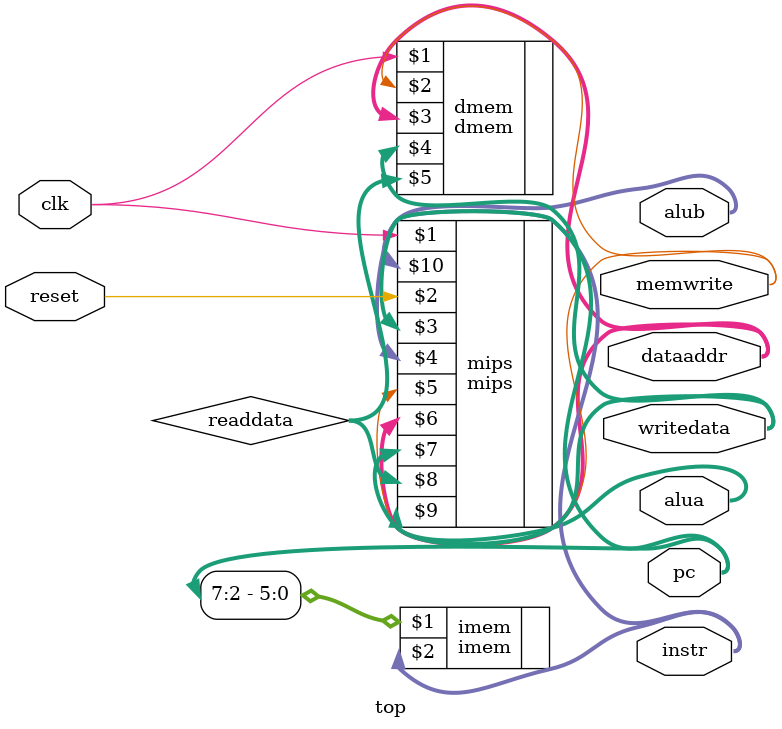
<source format=v>
`timescale 1ns / 1ps


module top(
    input clk,reset,
    output [31:0]writedata,dataaddr,
    output memwrite,
    output [31:0]pc,instr,alua,alub//for display
    );
    
    wire [31:0]readdata;
    
    mips mips(clk,reset,pc,instr,memwrite,dataaddr,writedata,readdata,alua,alub);
    imem imem(pc[7:2],instr);
    dmem dmem(clk,memwrite,dataaddr,writedata,readdata);
    
endmodule

</source>
